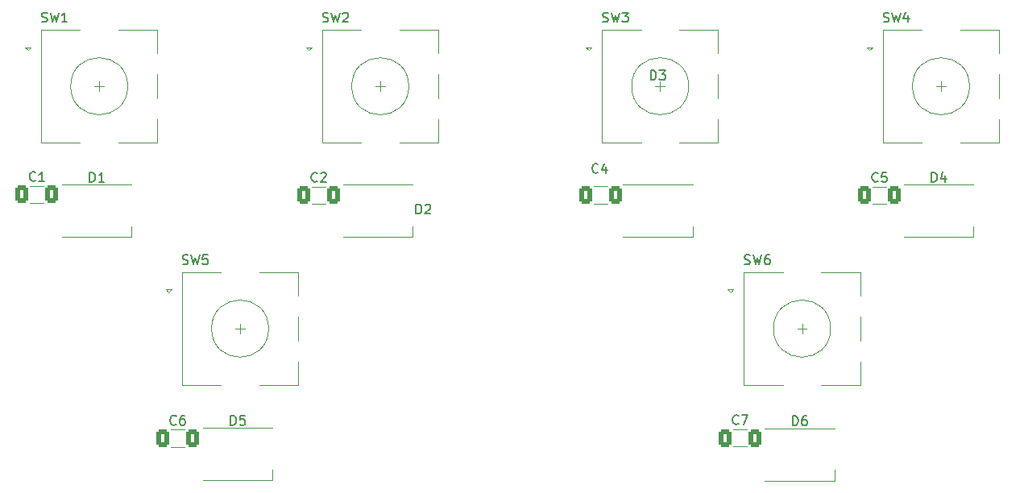
<source format=gto>
G04 #@! TF.GenerationSoftware,KiCad,Pcbnew,7.0.7*
G04 #@! TF.CreationDate,2024-03-19T10:03:33+01:00*
G04 #@! TF.ProjectId,Poly_UA_controller_6enc_4sw,506f6c79-5f55-4415-9f63-6f6e74726f6c,rev?*
G04 #@! TF.SameCoordinates,Original*
G04 #@! TF.FileFunction,Legend,Top*
G04 #@! TF.FilePolarity,Positive*
%FSLAX46Y46*%
G04 Gerber Fmt 4.6, Leading zero omitted, Abs format (unit mm)*
G04 Created by KiCad (PCBNEW 7.0.7) date 2024-03-19 10:03:33*
%MOMM*%
%LPD*%
G01*
G04 APERTURE LIST*
G04 Aperture macros list*
%AMRoundRect*
0 Rectangle with rounded corners*
0 $1 Rounding radius*
0 $2 $3 $4 $5 $6 $7 $8 $9 X,Y pos of 4 corners*
0 Add a 4 corners polygon primitive as box body*
4,1,4,$2,$3,$4,$5,$6,$7,$8,$9,$2,$3,0*
0 Add four circle primitives for the rounded corners*
1,1,$1+$1,$2,$3*
1,1,$1+$1,$4,$5*
1,1,$1+$1,$6,$7*
1,1,$1+$1,$8,$9*
0 Add four rect primitives between the rounded corners*
20,1,$1+$1,$2,$3,$4,$5,0*
20,1,$1+$1,$4,$5,$6,$7,0*
20,1,$1+$1,$6,$7,$8,$9,0*
20,1,$1+$1,$8,$9,$2,$3,0*%
G04 Aperture macros list end*
%ADD10C,0.150000*%
%ADD11C,0.120000*%
%ADD12R,2.000000X2.000000*%
%ADD13C,2.000000*%
%ADD14R,3.200000X2.000000*%
%ADD15R,1.700000X1.700000*%
%ADD16O,1.700000X1.700000*%
%ADD17R,1.500000X1.000000*%
%ADD18RoundRect,0.250000X-0.412500X-0.650000X0.412500X-0.650000X0.412500X0.650000X-0.412500X0.650000X0*%
G04 APERTURE END LIST*
D10*
X168130467Y-85460000D02*
X168273324Y-85507619D01*
X168273324Y-85507619D02*
X168511419Y-85507619D01*
X168511419Y-85507619D02*
X168606657Y-85460000D01*
X168606657Y-85460000D02*
X168654276Y-85412380D01*
X168654276Y-85412380D02*
X168701895Y-85317142D01*
X168701895Y-85317142D02*
X168701895Y-85221904D01*
X168701895Y-85221904D02*
X168654276Y-85126666D01*
X168654276Y-85126666D02*
X168606657Y-85079047D01*
X168606657Y-85079047D02*
X168511419Y-85031428D01*
X168511419Y-85031428D02*
X168320943Y-84983809D01*
X168320943Y-84983809D02*
X168225705Y-84936190D01*
X168225705Y-84936190D02*
X168178086Y-84888571D01*
X168178086Y-84888571D02*
X168130467Y-84793333D01*
X168130467Y-84793333D02*
X168130467Y-84698095D01*
X168130467Y-84698095D02*
X168178086Y-84602857D01*
X168178086Y-84602857D02*
X168225705Y-84555238D01*
X168225705Y-84555238D02*
X168320943Y-84507619D01*
X168320943Y-84507619D02*
X168559038Y-84507619D01*
X168559038Y-84507619D02*
X168701895Y-84555238D01*
X169035229Y-84507619D02*
X169273324Y-85507619D01*
X169273324Y-85507619D02*
X169463800Y-84793333D01*
X169463800Y-84793333D02*
X169654276Y-85507619D01*
X169654276Y-85507619D02*
X169892372Y-84507619D01*
X170701895Y-84507619D02*
X170511419Y-84507619D01*
X170511419Y-84507619D02*
X170416181Y-84555238D01*
X170416181Y-84555238D02*
X170368562Y-84602857D01*
X170368562Y-84602857D02*
X170273324Y-84745714D01*
X170273324Y-84745714D02*
X170225705Y-84936190D01*
X170225705Y-84936190D02*
X170225705Y-85317142D01*
X170225705Y-85317142D02*
X170273324Y-85412380D01*
X170273324Y-85412380D02*
X170320943Y-85460000D01*
X170320943Y-85460000D02*
X170416181Y-85507619D01*
X170416181Y-85507619D02*
X170606657Y-85507619D01*
X170606657Y-85507619D02*
X170701895Y-85460000D01*
X170701895Y-85460000D02*
X170749514Y-85412380D01*
X170749514Y-85412380D02*
X170797133Y-85317142D01*
X170797133Y-85317142D02*
X170797133Y-85079047D01*
X170797133Y-85079047D02*
X170749514Y-84983809D01*
X170749514Y-84983809D02*
X170701895Y-84936190D01*
X170701895Y-84936190D02*
X170606657Y-84888571D01*
X170606657Y-84888571D02*
X170416181Y-84888571D01*
X170416181Y-84888571D02*
X170320943Y-84936190D01*
X170320943Y-84936190D02*
X170273324Y-84983809D01*
X170273324Y-84983809D02*
X170225705Y-85079047D01*
X109075467Y-85460000D02*
X109218324Y-85507619D01*
X109218324Y-85507619D02*
X109456419Y-85507619D01*
X109456419Y-85507619D02*
X109551657Y-85460000D01*
X109551657Y-85460000D02*
X109599276Y-85412380D01*
X109599276Y-85412380D02*
X109646895Y-85317142D01*
X109646895Y-85317142D02*
X109646895Y-85221904D01*
X109646895Y-85221904D02*
X109599276Y-85126666D01*
X109599276Y-85126666D02*
X109551657Y-85079047D01*
X109551657Y-85079047D02*
X109456419Y-85031428D01*
X109456419Y-85031428D02*
X109265943Y-84983809D01*
X109265943Y-84983809D02*
X109170705Y-84936190D01*
X109170705Y-84936190D02*
X109123086Y-84888571D01*
X109123086Y-84888571D02*
X109075467Y-84793333D01*
X109075467Y-84793333D02*
X109075467Y-84698095D01*
X109075467Y-84698095D02*
X109123086Y-84602857D01*
X109123086Y-84602857D02*
X109170705Y-84555238D01*
X109170705Y-84555238D02*
X109265943Y-84507619D01*
X109265943Y-84507619D02*
X109504038Y-84507619D01*
X109504038Y-84507619D02*
X109646895Y-84555238D01*
X109980229Y-84507619D02*
X110218324Y-85507619D01*
X110218324Y-85507619D02*
X110408800Y-84793333D01*
X110408800Y-84793333D02*
X110599276Y-85507619D01*
X110599276Y-85507619D02*
X110837372Y-84507619D01*
X111694514Y-84507619D02*
X111218324Y-84507619D01*
X111218324Y-84507619D02*
X111170705Y-84983809D01*
X111170705Y-84983809D02*
X111218324Y-84936190D01*
X111218324Y-84936190D02*
X111313562Y-84888571D01*
X111313562Y-84888571D02*
X111551657Y-84888571D01*
X111551657Y-84888571D02*
X111646895Y-84936190D01*
X111646895Y-84936190D02*
X111694514Y-84983809D01*
X111694514Y-84983809D02*
X111742133Y-85079047D01*
X111742133Y-85079047D02*
X111742133Y-85317142D01*
X111742133Y-85317142D02*
X111694514Y-85412380D01*
X111694514Y-85412380D02*
X111646895Y-85460000D01*
X111646895Y-85460000D02*
X111551657Y-85507619D01*
X111551657Y-85507619D02*
X111313562Y-85507619D01*
X111313562Y-85507619D02*
X111218324Y-85460000D01*
X111218324Y-85460000D02*
X111170705Y-85412380D01*
X182735467Y-59983800D02*
X182878324Y-60031419D01*
X182878324Y-60031419D02*
X183116419Y-60031419D01*
X183116419Y-60031419D02*
X183211657Y-59983800D01*
X183211657Y-59983800D02*
X183259276Y-59936180D01*
X183259276Y-59936180D02*
X183306895Y-59840942D01*
X183306895Y-59840942D02*
X183306895Y-59745704D01*
X183306895Y-59745704D02*
X183259276Y-59650466D01*
X183259276Y-59650466D02*
X183211657Y-59602847D01*
X183211657Y-59602847D02*
X183116419Y-59555228D01*
X183116419Y-59555228D02*
X182925943Y-59507609D01*
X182925943Y-59507609D02*
X182830705Y-59459990D01*
X182830705Y-59459990D02*
X182783086Y-59412371D01*
X182783086Y-59412371D02*
X182735467Y-59317133D01*
X182735467Y-59317133D02*
X182735467Y-59221895D01*
X182735467Y-59221895D02*
X182783086Y-59126657D01*
X182783086Y-59126657D02*
X182830705Y-59079038D01*
X182830705Y-59079038D02*
X182925943Y-59031419D01*
X182925943Y-59031419D02*
X183164038Y-59031419D01*
X183164038Y-59031419D02*
X183306895Y-59079038D01*
X183640229Y-59031419D02*
X183878324Y-60031419D01*
X183878324Y-60031419D02*
X184068800Y-59317133D01*
X184068800Y-59317133D02*
X184259276Y-60031419D01*
X184259276Y-60031419D02*
X184497372Y-59031419D01*
X185306895Y-59364752D02*
X185306895Y-60031419D01*
X185068800Y-58983800D02*
X184830705Y-59698085D01*
X184830705Y-59698085D02*
X185449752Y-59698085D01*
X153220667Y-59983800D02*
X153363524Y-60031419D01*
X153363524Y-60031419D02*
X153601619Y-60031419D01*
X153601619Y-60031419D02*
X153696857Y-59983800D01*
X153696857Y-59983800D02*
X153744476Y-59936180D01*
X153744476Y-59936180D02*
X153792095Y-59840942D01*
X153792095Y-59840942D02*
X153792095Y-59745704D01*
X153792095Y-59745704D02*
X153744476Y-59650466D01*
X153744476Y-59650466D02*
X153696857Y-59602847D01*
X153696857Y-59602847D02*
X153601619Y-59555228D01*
X153601619Y-59555228D02*
X153411143Y-59507609D01*
X153411143Y-59507609D02*
X153315905Y-59459990D01*
X153315905Y-59459990D02*
X153268286Y-59412371D01*
X153268286Y-59412371D02*
X153220667Y-59317133D01*
X153220667Y-59317133D02*
X153220667Y-59221895D01*
X153220667Y-59221895D02*
X153268286Y-59126657D01*
X153268286Y-59126657D02*
X153315905Y-59079038D01*
X153315905Y-59079038D02*
X153411143Y-59031419D01*
X153411143Y-59031419D02*
X153649238Y-59031419D01*
X153649238Y-59031419D02*
X153792095Y-59079038D01*
X154125429Y-59031419D02*
X154363524Y-60031419D01*
X154363524Y-60031419D02*
X154554000Y-59317133D01*
X154554000Y-59317133D02*
X154744476Y-60031419D01*
X154744476Y-60031419D02*
X154982572Y-59031419D01*
X155268286Y-59031419D02*
X155887333Y-59031419D01*
X155887333Y-59031419D02*
X155554000Y-59412371D01*
X155554000Y-59412371D02*
X155696857Y-59412371D01*
X155696857Y-59412371D02*
X155792095Y-59459990D01*
X155792095Y-59459990D02*
X155839714Y-59507609D01*
X155839714Y-59507609D02*
X155887333Y-59602847D01*
X155887333Y-59602847D02*
X155887333Y-59840942D01*
X155887333Y-59840942D02*
X155839714Y-59936180D01*
X155839714Y-59936180D02*
X155792095Y-59983800D01*
X155792095Y-59983800D02*
X155696857Y-60031419D01*
X155696857Y-60031419D02*
X155411143Y-60031419D01*
X155411143Y-60031419D02*
X155315905Y-59983800D01*
X155315905Y-59983800D02*
X155268286Y-59936180D01*
X123807467Y-59983800D02*
X123950324Y-60031419D01*
X123950324Y-60031419D02*
X124188419Y-60031419D01*
X124188419Y-60031419D02*
X124283657Y-59983800D01*
X124283657Y-59983800D02*
X124331276Y-59936180D01*
X124331276Y-59936180D02*
X124378895Y-59840942D01*
X124378895Y-59840942D02*
X124378895Y-59745704D01*
X124378895Y-59745704D02*
X124331276Y-59650466D01*
X124331276Y-59650466D02*
X124283657Y-59602847D01*
X124283657Y-59602847D02*
X124188419Y-59555228D01*
X124188419Y-59555228D02*
X123997943Y-59507609D01*
X123997943Y-59507609D02*
X123902705Y-59459990D01*
X123902705Y-59459990D02*
X123855086Y-59412371D01*
X123855086Y-59412371D02*
X123807467Y-59317133D01*
X123807467Y-59317133D02*
X123807467Y-59221895D01*
X123807467Y-59221895D02*
X123855086Y-59126657D01*
X123855086Y-59126657D02*
X123902705Y-59079038D01*
X123902705Y-59079038D02*
X123997943Y-59031419D01*
X123997943Y-59031419D02*
X124236038Y-59031419D01*
X124236038Y-59031419D02*
X124378895Y-59079038D01*
X124712229Y-59031419D02*
X124950324Y-60031419D01*
X124950324Y-60031419D02*
X125140800Y-59317133D01*
X125140800Y-59317133D02*
X125331276Y-60031419D01*
X125331276Y-60031419D02*
X125569372Y-59031419D01*
X125902705Y-59126657D02*
X125950324Y-59079038D01*
X125950324Y-59079038D02*
X126045562Y-59031419D01*
X126045562Y-59031419D02*
X126283657Y-59031419D01*
X126283657Y-59031419D02*
X126378895Y-59079038D01*
X126378895Y-59079038D02*
X126426514Y-59126657D01*
X126426514Y-59126657D02*
X126474133Y-59221895D01*
X126474133Y-59221895D02*
X126474133Y-59317133D01*
X126474133Y-59317133D02*
X126426514Y-59459990D01*
X126426514Y-59459990D02*
X125855086Y-60031419D01*
X125855086Y-60031419D02*
X126474133Y-60031419D01*
X94267267Y-59983800D02*
X94410124Y-60031419D01*
X94410124Y-60031419D02*
X94648219Y-60031419D01*
X94648219Y-60031419D02*
X94743457Y-59983800D01*
X94743457Y-59983800D02*
X94791076Y-59936180D01*
X94791076Y-59936180D02*
X94838695Y-59840942D01*
X94838695Y-59840942D02*
X94838695Y-59745704D01*
X94838695Y-59745704D02*
X94791076Y-59650466D01*
X94791076Y-59650466D02*
X94743457Y-59602847D01*
X94743457Y-59602847D02*
X94648219Y-59555228D01*
X94648219Y-59555228D02*
X94457743Y-59507609D01*
X94457743Y-59507609D02*
X94362505Y-59459990D01*
X94362505Y-59459990D02*
X94314886Y-59412371D01*
X94314886Y-59412371D02*
X94267267Y-59317133D01*
X94267267Y-59317133D02*
X94267267Y-59221895D01*
X94267267Y-59221895D02*
X94314886Y-59126657D01*
X94314886Y-59126657D02*
X94362505Y-59079038D01*
X94362505Y-59079038D02*
X94457743Y-59031419D01*
X94457743Y-59031419D02*
X94695838Y-59031419D01*
X94695838Y-59031419D02*
X94838695Y-59079038D01*
X95172029Y-59031419D02*
X95410124Y-60031419D01*
X95410124Y-60031419D02*
X95600600Y-59317133D01*
X95600600Y-59317133D02*
X95791076Y-60031419D01*
X95791076Y-60031419D02*
X96029172Y-59031419D01*
X96933933Y-60031419D02*
X96362505Y-60031419D01*
X96648219Y-60031419D02*
X96648219Y-59031419D01*
X96648219Y-59031419D02*
X96552981Y-59174276D01*
X96552981Y-59174276D02*
X96457743Y-59269514D01*
X96457743Y-59269514D02*
X96362505Y-59317133D01*
X173175705Y-102441219D02*
X173175705Y-101441219D01*
X173175705Y-101441219D02*
X173413800Y-101441219D01*
X173413800Y-101441219D02*
X173556657Y-101488838D01*
X173556657Y-101488838D02*
X173651895Y-101584076D01*
X173651895Y-101584076D02*
X173699514Y-101679314D01*
X173699514Y-101679314D02*
X173747133Y-101869790D01*
X173747133Y-101869790D02*
X173747133Y-102012647D01*
X173747133Y-102012647D02*
X173699514Y-102203123D01*
X173699514Y-102203123D02*
X173651895Y-102298361D01*
X173651895Y-102298361D02*
X173556657Y-102393600D01*
X173556657Y-102393600D02*
X173413800Y-102441219D01*
X173413800Y-102441219D02*
X173175705Y-102441219D01*
X174604276Y-101441219D02*
X174413800Y-101441219D01*
X174413800Y-101441219D02*
X174318562Y-101488838D01*
X174318562Y-101488838D02*
X174270943Y-101536457D01*
X174270943Y-101536457D02*
X174175705Y-101679314D01*
X174175705Y-101679314D02*
X174128086Y-101869790D01*
X174128086Y-101869790D02*
X174128086Y-102250742D01*
X174128086Y-102250742D02*
X174175705Y-102345980D01*
X174175705Y-102345980D02*
X174223324Y-102393600D01*
X174223324Y-102393600D02*
X174318562Y-102441219D01*
X174318562Y-102441219D02*
X174509038Y-102441219D01*
X174509038Y-102441219D02*
X174604276Y-102393600D01*
X174604276Y-102393600D02*
X174651895Y-102345980D01*
X174651895Y-102345980D02*
X174699514Y-102250742D01*
X174699514Y-102250742D02*
X174699514Y-102012647D01*
X174699514Y-102012647D02*
X174651895Y-101917409D01*
X174651895Y-101917409D02*
X174604276Y-101869790D01*
X174604276Y-101869790D02*
X174509038Y-101822171D01*
X174509038Y-101822171D02*
X174318562Y-101822171D01*
X174318562Y-101822171D02*
X174223324Y-101869790D01*
X174223324Y-101869790D02*
X174175705Y-101917409D01*
X174175705Y-101917409D02*
X174128086Y-102012647D01*
X114120705Y-102390219D02*
X114120705Y-101390219D01*
X114120705Y-101390219D02*
X114358800Y-101390219D01*
X114358800Y-101390219D02*
X114501657Y-101437838D01*
X114501657Y-101437838D02*
X114596895Y-101533076D01*
X114596895Y-101533076D02*
X114644514Y-101628314D01*
X114644514Y-101628314D02*
X114692133Y-101818790D01*
X114692133Y-101818790D02*
X114692133Y-101961647D01*
X114692133Y-101961647D02*
X114644514Y-102152123D01*
X114644514Y-102152123D02*
X114596895Y-102247361D01*
X114596895Y-102247361D02*
X114501657Y-102342600D01*
X114501657Y-102342600D02*
X114358800Y-102390219D01*
X114358800Y-102390219D02*
X114120705Y-102390219D01*
X115596895Y-101390219D02*
X115120705Y-101390219D01*
X115120705Y-101390219D02*
X115073086Y-101866409D01*
X115073086Y-101866409D02*
X115120705Y-101818790D01*
X115120705Y-101818790D02*
X115215943Y-101771171D01*
X115215943Y-101771171D02*
X115454038Y-101771171D01*
X115454038Y-101771171D02*
X115549276Y-101818790D01*
X115549276Y-101818790D02*
X115596895Y-101866409D01*
X115596895Y-101866409D02*
X115644514Y-101961647D01*
X115644514Y-101961647D02*
X115644514Y-102199742D01*
X115644514Y-102199742D02*
X115596895Y-102294980D01*
X115596895Y-102294980D02*
X115549276Y-102342600D01*
X115549276Y-102342600D02*
X115454038Y-102390219D01*
X115454038Y-102390219D02*
X115215943Y-102390219D01*
X115215943Y-102390219D02*
X115120705Y-102342600D01*
X115120705Y-102342600D02*
X115073086Y-102294980D01*
X187780705Y-76837819D02*
X187780705Y-75837819D01*
X187780705Y-75837819D02*
X188018800Y-75837819D01*
X188018800Y-75837819D02*
X188161657Y-75885438D01*
X188161657Y-75885438D02*
X188256895Y-75980676D01*
X188256895Y-75980676D02*
X188304514Y-76075914D01*
X188304514Y-76075914D02*
X188352133Y-76266390D01*
X188352133Y-76266390D02*
X188352133Y-76409247D01*
X188352133Y-76409247D02*
X188304514Y-76599723D01*
X188304514Y-76599723D02*
X188256895Y-76694961D01*
X188256895Y-76694961D02*
X188161657Y-76790200D01*
X188161657Y-76790200D02*
X188018800Y-76837819D01*
X188018800Y-76837819D02*
X187780705Y-76837819D01*
X189209276Y-76171152D02*
X189209276Y-76837819D01*
X188971181Y-75790200D02*
X188733086Y-76504485D01*
X188733086Y-76504485D02*
X189352133Y-76504485D01*
X158265905Y-66113819D02*
X158265905Y-65113819D01*
X158265905Y-65113819D02*
X158504000Y-65113819D01*
X158504000Y-65113819D02*
X158646857Y-65161438D01*
X158646857Y-65161438D02*
X158742095Y-65256676D01*
X158742095Y-65256676D02*
X158789714Y-65351914D01*
X158789714Y-65351914D02*
X158837333Y-65542390D01*
X158837333Y-65542390D02*
X158837333Y-65685247D01*
X158837333Y-65685247D02*
X158789714Y-65875723D01*
X158789714Y-65875723D02*
X158742095Y-65970961D01*
X158742095Y-65970961D02*
X158646857Y-66066200D01*
X158646857Y-66066200D02*
X158504000Y-66113819D01*
X158504000Y-66113819D02*
X158265905Y-66113819D01*
X159170667Y-65113819D02*
X159789714Y-65113819D01*
X159789714Y-65113819D02*
X159456381Y-65494771D01*
X159456381Y-65494771D02*
X159599238Y-65494771D01*
X159599238Y-65494771D02*
X159694476Y-65542390D01*
X159694476Y-65542390D02*
X159742095Y-65590009D01*
X159742095Y-65590009D02*
X159789714Y-65685247D01*
X159789714Y-65685247D02*
X159789714Y-65923342D01*
X159789714Y-65923342D02*
X159742095Y-66018580D01*
X159742095Y-66018580D02*
X159694476Y-66066200D01*
X159694476Y-66066200D02*
X159599238Y-66113819D01*
X159599238Y-66113819D02*
X159313524Y-66113819D01*
X159313524Y-66113819D02*
X159218286Y-66066200D01*
X159218286Y-66066200D02*
X159170667Y-66018580D01*
X133602505Y-80185419D02*
X133602505Y-79185419D01*
X133602505Y-79185419D02*
X133840600Y-79185419D01*
X133840600Y-79185419D02*
X133983457Y-79233038D01*
X133983457Y-79233038D02*
X134078695Y-79328276D01*
X134078695Y-79328276D02*
X134126314Y-79423514D01*
X134126314Y-79423514D02*
X134173933Y-79613990D01*
X134173933Y-79613990D02*
X134173933Y-79756847D01*
X134173933Y-79756847D02*
X134126314Y-79947323D01*
X134126314Y-79947323D02*
X134078695Y-80042561D01*
X134078695Y-80042561D02*
X133983457Y-80137800D01*
X133983457Y-80137800D02*
X133840600Y-80185419D01*
X133840600Y-80185419D02*
X133602505Y-80185419D01*
X134554886Y-79280657D02*
X134602505Y-79233038D01*
X134602505Y-79233038D02*
X134697743Y-79185419D01*
X134697743Y-79185419D02*
X134935838Y-79185419D01*
X134935838Y-79185419D02*
X135031076Y-79233038D01*
X135031076Y-79233038D02*
X135078695Y-79280657D01*
X135078695Y-79280657D02*
X135126314Y-79375895D01*
X135126314Y-79375895D02*
X135126314Y-79471133D01*
X135126314Y-79471133D02*
X135078695Y-79613990D01*
X135078695Y-79613990D02*
X134507267Y-80185419D01*
X134507267Y-80185419D02*
X135126314Y-80185419D01*
X99312505Y-76837819D02*
X99312505Y-75837819D01*
X99312505Y-75837819D02*
X99550600Y-75837819D01*
X99550600Y-75837819D02*
X99693457Y-75885438D01*
X99693457Y-75885438D02*
X99788695Y-75980676D01*
X99788695Y-75980676D02*
X99836314Y-76075914D01*
X99836314Y-76075914D02*
X99883933Y-76266390D01*
X99883933Y-76266390D02*
X99883933Y-76409247D01*
X99883933Y-76409247D02*
X99836314Y-76599723D01*
X99836314Y-76599723D02*
X99788695Y-76694961D01*
X99788695Y-76694961D02*
X99693457Y-76790200D01*
X99693457Y-76790200D02*
X99550600Y-76837819D01*
X99550600Y-76837819D02*
X99312505Y-76837819D01*
X100836314Y-76837819D02*
X100264886Y-76837819D01*
X100550600Y-76837819D02*
X100550600Y-75837819D01*
X100550600Y-75837819D02*
X100455362Y-75980676D01*
X100455362Y-75980676D02*
X100360124Y-76075914D01*
X100360124Y-76075914D02*
X100264886Y-76123533D01*
X167485633Y-102243180D02*
X167438014Y-102290800D01*
X167438014Y-102290800D02*
X167295157Y-102338419D01*
X167295157Y-102338419D02*
X167199919Y-102338419D01*
X167199919Y-102338419D02*
X167057062Y-102290800D01*
X167057062Y-102290800D02*
X166961824Y-102195561D01*
X166961824Y-102195561D02*
X166914205Y-102100323D01*
X166914205Y-102100323D02*
X166866586Y-101909847D01*
X166866586Y-101909847D02*
X166866586Y-101766990D01*
X166866586Y-101766990D02*
X166914205Y-101576514D01*
X166914205Y-101576514D02*
X166961824Y-101481276D01*
X166961824Y-101481276D02*
X167057062Y-101386038D01*
X167057062Y-101386038D02*
X167199919Y-101338419D01*
X167199919Y-101338419D02*
X167295157Y-101338419D01*
X167295157Y-101338419D02*
X167438014Y-101386038D01*
X167438014Y-101386038D02*
X167485633Y-101433657D01*
X167818967Y-101338419D02*
X168485633Y-101338419D01*
X168485633Y-101338419D02*
X168057062Y-102338419D01*
X108379833Y-102293980D02*
X108332214Y-102341600D01*
X108332214Y-102341600D02*
X108189357Y-102389219D01*
X108189357Y-102389219D02*
X108094119Y-102389219D01*
X108094119Y-102389219D02*
X107951262Y-102341600D01*
X107951262Y-102341600D02*
X107856024Y-102246361D01*
X107856024Y-102246361D02*
X107808405Y-102151123D01*
X107808405Y-102151123D02*
X107760786Y-101960647D01*
X107760786Y-101960647D02*
X107760786Y-101817790D01*
X107760786Y-101817790D02*
X107808405Y-101627314D01*
X107808405Y-101627314D02*
X107856024Y-101532076D01*
X107856024Y-101532076D02*
X107951262Y-101436838D01*
X107951262Y-101436838D02*
X108094119Y-101389219D01*
X108094119Y-101389219D02*
X108189357Y-101389219D01*
X108189357Y-101389219D02*
X108332214Y-101436838D01*
X108332214Y-101436838D02*
X108379833Y-101484457D01*
X109236976Y-101389219D02*
X109046500Y-101389219D01*
X109046500Y-101389219D02*
X108951262Y-101436838D01*
X108951262Y-101436838D02*
X108903643Y-101484457D01*
X108903643Y-101484457D02*
X108808405Y-101627314D01*
X108808405Y-101627314D02*
X108760786Y-101817790D01*
X108760786Y-101817790D02*
X108760786Y-102198742D01*
X108760786Y-102198742D02*
X108808405Y-102293980D01*
X108808405Y-102293980D02*
X108856024Y-102341600D01*
X108856024Y-102341600D02*
X108951262Y-102389219D01*
X108951262Y-102389219D02*
X109141738Y-102389219D01*
X109141738Y-102389219D02*
X109236976Y-102341600D01*
X109236976Y-102341600D02*
X109284595Y-102293980D01*
X109284595Y-102293980D02*
X109332214Y-102198742D01*
X109332214Y-102198742D02*
X109332214Y-101960647D01*
X109332214Y-101960647D02*
X109284595Y-101865409D01*
X109284595Y-101865409D02*
X109236976Y-101817790D01*
X109236976Y-101817790D02*
X109141738Y-101770171D01*
X109141738Y-101770171D02*
X108951262Y-101770171D01*
X108951262Y-101770171D02*
X108856024Y-101817790D01*
X108856024Y-101817790D02*
X108808405Y-101865409D01*
X108808405Y-101865409D02*
X108760786Y-101960647D01*
X182141433Y-76741580D02*
X182093814Y-76789200D01*
X182093814Y-76789200D02*
X181950957Y-76836819D01*
X181950957Y-76836819D02*
X181855719Y-76836819D01*
X181855719Y-76836819D02*
X181712862Y-76789200D01*
X181712862Y-76789200D02*
X181617624Y-76693961D01*
X181617624Y-76693961D02*
X181570005Y-76598723D01*
X181570005Y-76598723D02*
X181522386Y-76408247D01*
X181522386Y-76408247D02*
X181522386Y-76265390D01*
X181522386Y-76265390D02*
X181570005Y-76074914D01*
X181570005Y-76074914D02*
X181617624Y-75979676D01*
X181617624Y-75979676D02*
X181712862Y-75884438D01*
X181712862Y-75884438D02*
X181855719Y-75836819D01*
X181855719Y-75836819D02*
X181950957Y-75836819D01*
X181950957Y-75836819D02*
X182093814Y-75884438D01*
X182093814Y-75884438D02*
X182141433Y-75932057D01*
X183046195Y-75836819D02*
X182570005Y-75836819D01*
X182570005Y-75836819D02*
X182522386Y-76313009D01*
X182522386Y-76313009D02*
X182570005Y-76265390D01*
X182570005Y-76265390D02*
X182665243Y-76217771D01*
X182665243Y-76217771D02*
X182903338Y-76217771D01*
X182903338Y-76217771D02*
X182998576Y-76265390D01*
X182998576Y-76265390D02*
X183046195Y-76313009D01*
X183046195Y-76313009D02*
X183093814Y-76408247D01*
X183093814Y-76408247D02*
X183093814Y-76646342D01*
X183093814Y-76646342D02*
X183046195Y-76741580D01*
X183046195Y-76741580D02*
X182998576Y-76789200D01*
X182998576Y-76789200D02*
X182903338Y-76836819D01*
X182903338Y-76836819D02*
X182665243Y-76836819D01*
X182665243Y-76836819D02*
X182570005Y-76789200D01*
X182570005Y-76789200D02*
X182522386Y-76741580D01*
X152728233Y-75822980D02*
X152680614Y-75870600D01*
X152680614Y-75870600D02*
X152537757Y-75918219D01*
X152537757Y-75918219D02*
X152442519Y-75918219D01*
X152442519Y-75918219D02*
X152299662Y-75870600D01*
X152299662Y-75870600D02*
X152204424Y-75775361D01*
X152204424Y-75775361D02*
X152156805Y-75680123D01*
X152156805Y-75680123D02*
X152109186Y-75489647D01*
X152109186Y-75489647D02*
X152109186Y-75346790D01*
X152109186Y-75346790D02*
X152156805Y-75156314D01*
X152156805Y-75156314D02*
X152204424Y-75061076D01*
X152204424Y-75061076D02*
X152299662Y-74965838D01*
X152299662Y-74965838D02*
X152442519Y-74918219D01*
X152442519Y-74918219D02*
X152537757Y-74918219D01*
X152537757Y-74918219D02*
X152680614Y-74965838D01*
X152680614Y-74965838D02*
X152728233Y-75013457D01*
X153585376Y-75251552D02*
X153585376Y-75918219D01*
X153347281Y-74870600D02*
X153109186Y-75584885D01*
X153109186Y-75584885D02*
X153728233Y-75584885D01*
X123213433Y-76741580D02*
X123165814Y-76789200D01*
X123165814Y-76789200D02*
X123022957Y-76836819D01*
X123022957Y-76836819D02*
X122927719Y-76836819D01*
X122927719Y-76836819D02*
X122784862Y-76789200D01*
X122784862Y-76789200D02*
X122689624Y-76693961D01*
X122689624Y-76693961D02*
X122642005Y-76598723D01*
X122642005Y-76598723D02*
X122594386Y-76408247D01*
X122594386Y-76408247D02*
X122594386Y-76265390D01*
X122594386Y-76265390D02*
X122642005Y-76074914D01*
X122642005Y-76074914D02*
X122689624Y-75979676D01*
X122689624Y-75979676D02*
X122784862Y-75884438D01*
X122784862Y-75884438D02*
X122927719Y-75836819D01*
X122927719Y-75836819D02*
X123022957Y-75836819D01*
X123022957Y-75836819D02*
X123165814Y-75884438D01*
X123165814Y-75884438D02*
X123213433Y-75932057D01*
X123594386Y-75932057D02*
X123642005Y-75884438D01*
X123642005Y-75884438D02*
X123737243Y-75836819D01*
X123737243Y-75836819D02*
X123975338Y-75836819D01*
X123975338Y-75836819D02*
X124070576Y-75884438D01*
X124070576Y-75884438D02*
X124118195Y-75932057D01*
X124118195Y-75932057D02*
X124165814Y-76027295D01*
X124165814Y-76027295D02*
X124165814Y-76122533D01*
X124165814Y-76122533D02*
X124118195Y-76265390D01*
X124118195Y-76265390D02*
X123546767Y-76836819D01*
X123546767Y-76836819D02*
X124165814Y-76836819D01*
X93597033Y-76665380D02*
X93549414Y-76713000D01*
X93549414Y-76713000D02*
X93406557Y-76760619D01*
X93406557Y-76760619D02*
X93311319Y-76760619D01*
X93311319Y-76760619D02*
X93168462Y-76713000D01*
X93168462Y-76713000D02*
X93073224Y-76617761D01*
X93073224Y-76617761D02*
X93025605Y-76522523D01*
X93025605Y-76522523D02*
X92977986Y-76332047D01*
X92977986Y-76332047D02*
X92977986Y-76189190D01*
X92977986Y-76189190D02*
X93025605Y-75998714D01*
X93025605Y-75998714D02*
X93073224Y-75903476D01*
X93073224Y-75903476D02*
X93168462Y-75808238D01*
X93168462Y-75808238D02*
X93311319Y-75760619D01*
X93311319Y-75760619D02*
X93406557Y-75760619D01*
X93406557Y-75760619D02*
X93549414Y-75808238D01*
X93549414Y-75808238D02*
X93597033Y-75855857D01*
X94549414Y-76760619D02*
X93977986Y-76760619D01*
X94263700Y-76760619D02*
X94263700Y-75760619D01*
X94263700Y-75760619D02*
X94168462Y-75903476D01*
X94168462Y-75903476D02*
X94073224Y-75998714D01*
X94073224Y-75998714D02*
X93977986Y-76046333D01*
D11*
X180263800Y-98152800D02*
X176163800Y-98152800D01*
X166963800Y-88152800D02*
X166663800Y-88452800D01*
X166663800Y-88452800D02*
X166363800Y-88152800D01*
X172163800Y-98152800D02*
X168063800Y-98152800D01*
X176163800Y-86352800D02*
X180263800Y-86352800D01*
X180263800Y-86352800D02*
X180263800Y-88752800D01*
X180263800Y-95752800D02*
X180263800Y-98152800D01*
X174163800Y-91752800D02*
X174163800Y-92752800D01*
X172163800Y-86352800D02*
X168063800Y-86352800D01*
X173663800Y-92252800D02*
X174663800Y-92252800D01*
X180263800Y-90952800D02*
X180263800Y-93552800D01*
X168063800Y-86352800D02*
X168063800Y-98152800D01*
X166363800Y-88152800D02*
X166963800Y-88152800D01*
X177163800Y-92252800D02*
G75*
G03*
X177163800Y-92252800I-3000000J0D01*
G01*
X121208800Y-98152800D02*
X117108800Y-98152800D01*
X107908800Y-88152800D02*
X107608800Y-88452800D01*
X107608800Y-88452800D02*
X107308800Y-88152800D01*
X113108800Y-98152800D02*
X109008800Y-98152800D01*
X117108800Y-86352800D02*
X121208800Y-86352800D01*
X121208800Y-86352800D02*
X121208800Y-88752800D01*
X121208800Y-95752800D02*
X121208800Y-98152800D01*
X115108800Y-91752800D02*
X115108800Y-92752800D01*
X113108800Y-86352800D02*
X109008800Y-86352800D01*
X114608800Y-92252800D02*
X115608800Y-92252800D01*
X121208800Y-90952800D02*
X121208800Y-93552800D01*
X109008800Y-86352800D02*
X109008800Y-98152800D01*
X107308800Y-88152800D02*
X107908800Y-88152800D01*
X118108800Y-92252800D02*
G75*
G03*
X118108800Y-92252800I-3000000J0D01*
G01*
X194868800Y-72676600D02*
X190768800Y-72676600D01*
X181568800Y-62676600D02*
X181268800Y-62976600D01*
X181268800Y-62976600D02*
X180968800Y-62676600D01*
X186768800Y-72676600D02*
X182668800Y-72676600D01*
X190768800Y-60876600D02*
X194868800Y-60876600D01*
X194868800Y-60876600D02*
X194868800Y-63276600D01*
X194868800Y-70276600D02*
X194868800Y-72676600D01*
X188768800Y-66276600D02*
X188768800Y-67276600D01*
X186768800Y-60876600D02*
X182668800Y-60876600D01*
X188268800Y-66776600D02*
X189268800Y-66776600D01*
X194868800Y-65476600D02*
X194868800Y-68076600D01*
X182668800Y-60876600D02*
X182668800Y-72676600D01*
X180968800Y-62676600D02*
X181568800Y-62676600D01*
X191768800Y-66776600D02*
G75*
G03*
X191768800Y-66776600I-3000000J0D01*
G01*
X162254000Y-66776600D02*
G75*
G03*
X162254000Y-66776600I-3000000J0D01*
G01*
X151454000Y-62676600D02*
X152054000Y-62676600D01*
X153154000Y-60876600D02*
X153154000Y-72676600D01*
X165354000Y-65476600D02*
X165354000Y-68076600D01*
X158754000Y-66776600D02*
X159754000Y-66776600D01*
X157254000Y-60876600D02*
X153154000Y-60876600D01*
X159254000Y-66276600D02*
X159254000Y-67276600D01*
X165354000Y-70276600D02*
X165354000Y-72676600D01*
X165354000Y-60876600D02*
X165354000Y-63276600D01*
X161254000Y-60876600D02*
X165354000Y-60876600D01*
X157254000Y-72676600D02*
X153154000Y-72676600D01*
X151754000Y-62976600D02*
X151454000Y-62676600D01*
X152054000Y-62676600D02*
X151754000Y-62976600D01*
X165354000Y-72676600D02*
X161254000Y-72676600D01*
X135940800Y-72676600D02*
X131840800Y-72676600D01*
X122640800Y-62676600D02*
X122340800Y-62976600D01*
X122340800Y-62976600D02*
X122040800Y-62676600D01*
X127840800Y-72676600D02*
X123740800Y-72676600D01*
X131840800Y-60876600D02*
X135940800Y-60876600D01*
X135940800Y-60876600D02*
X135940800Y-63276600D01*
X135940800Y-70276600D02*
X135940800Y-72676600D01*
X129840800Y-66276600D02*
X129840800Y-67276600D01*
X127840800Y-60876600D02*
X123740800Y-60876600D01*
X129340800Y-66776600D02*
X130340800Y-66776600D01*
X135940800Y-65476600D02*
X135940800Y-68076600D01*
X123740800Y-60876600D02*
X123740800Y-72676600D01*
X122040800Y-62676600D02*
X122640800Y-62676600D01*
X132840800Y-66776600D02*
G75*
G03*
X132840800Y-66776600I-3000000J0D01*
G01*
X106400600Y-72676600D02*
X102300600Y-72676600D01*
X93100600Y-62676600D02*
X92800600Y-62976600D01*
X92800600Y-62976600D02*
X92500600Y-62676600D01*
X98300600Y-72676600D02*
X94200600Y-72676600D01*
X102300600Y-60876600D02*
X106400600Y-60876600D01*
X106400600Y-60876600D02*
X106400600Y-63276600D01*
X106400600Y-70276600D02*
X106400600Y-72676600D01*
X100300600Y-66276600D02*
X100300600Y-67276600D01*
X98300600Y-60876600D02*
X94200600Y-60876600D01*
X99800600Y-66776600D02*
X100800600Y-66776600D01*
X106400600Y-65476600D02*
X106400600Y-68076600D01*
X94200600Y-60876600D02*
X94200600Y-72676600D01*
X92500600Y-62676600D02*
X93100600Y-62676600D01*
X103300600Y-66776600D02*
G75*
G03*
X103300600Y-66776600I-3000000J0D01*
G01*
X170263800Y-102736400D02*
X177563800Y-102736400D01*
X170263800Y-108236400D02*
X177563800Y-108236400D01*
X177563800Y-108236400D02*
X177563800Y-107086400D01*
X111208800Y-102685400D02*
X118508800Y-102685400D01*
X111208800Y-108185400D02*
X118508800Y-108185400D01*
X118508800Y-108185400D02*
X118508800Y-107035400D01*
X184868800Y-77133000D02*
X192168800Y-77133000D01*
X184868800Y-82633000D02*
X192168800Y-82633000D01*
X192168800Y-82633000D02*
X192168800Y-81483000D01*
X155354000Y-77133000D02*
X162654000Y-77133000D01*
X155354000Y-82633000D02*
X162654000Y-82633000D01*
X162654000Y-82633000D02*
X162654000Y-81483000D01*
X125940800Y-77133000D02*
X133240800Y-77133000D01*
X125940800Y-82633000D02*
X133240800Y-82633000D01*
X133240800Y-82633000D02*
X133240800Y-81483000D01*
X96400600Y-77133000D02*
X103700600Y-77133000D01*
X96400600Y-82633000D02*
X103700600Y-82633000D01*
X103700600Y-82633000D02*
X103700600Y-81483000D01*
X166941048Y-104643600D02*
X168363552Y-104643600D01*
X166941048Y-102823600D02*
X168363552Y-102823600D01*
X107835248Y-104694400D02*
X109257752Y-104694400D01*
X107835248Y-102874400D02*
X109257752Y-102874400D01*
X181596848Y-79142000D02*
X183019352Y-79142000D01*
X181596848Y-77322000D02*
X183019352Y-77322000D01*
X152285248Y-79116600D02*
X153707752Y-79116600D01*
X152285248Y-77296600D02*
X153707752Y-77296600D01*
X122668848Y-79142000D02*
X124091352Y-79142000D01*
X122668848Y-77322000D02*
X124091352Y-77322000D01*
X93052448Y-79065800D02*
X94474952Y-79065800D01*
X93052448Y-77245800D02*
X94474952Y-77245800D01*
%LPC*%
D12*
X166663800Y-89752800D03*
D13*
X166663800Y-94752800D03*
X166663800Y-92252800D03*
D14*
X174163800Y-97852800D03*
X174163800Y-86652800D03*
D13*
X181163800Y-94752800D03*
X181163800Y-89752800D03*
D12*
X107608800Y-89752800D03*
D13*
X107608800Y-94752800D03*
X107608800Y-92252800D03*
D14*
X115108800Y-97852800D03*
X115108800Y-86652800D03*
D13*
X122108800Y-94752800D03*
X122108800Y-89752800D03*
D12*
X181268800Y-64276600D03*
D13*
X181268800Y-69276600D03*
X181268800Y-66776600D03*
D14*
X188768800Y-72376600D03*
X188768800Y-61176600D03*
D13*
X195768800Y-69276600D03*
X195768800Y-64276600D03*
X166254000Y-64276600D03*
X166254000Y-69276600D03*
D14*
X159254000Y-61176600D03*
X159254000Y-72376600D03*
D13*
X151754000Y-66776600D03*
X151754000Y-69276600D03*
D12*
X151754000Y-64276600D03*
X122340800Y-64276600D03*
D13*
X122340800Y-69276600D03*
X122340800Y-66776600D03*
D14*
X129840800Y-72376600D03*
X129840800Y-61176600D03*
D13*
X136840800Y-69276600D03*
X136840800Y-64276600D03*
D12*
X92800600Y-64276600D03*
D13*
X92800600Y-69276600D03*
X92800600Y-66776600D03*
D14*
X100300600Y-72376600D03*
X100300600Y-61176600D03*
D13*
X107300600Y-69276600D03*
X107300600Y-64276600D03*
D15*
X102158800Y-48717200D03*
D16*
X102158800Y-51257200D03*
X104698800Y-48717200D03*
X104698800Y-51257200D03*
X107238800Y-48717200D03*
X107238800Y-51257200D03*
X109778800Y-48717200D03*
X109778800Y-51257200D03*
X112318800Y-48717200D03*
X112318800Y-51257200D03*
D17*
X176363800Y-107086400D03*
X176363800Y-103886400D03*
X171463800Y-103886400D03*
X171463800Y-107086400D03*
X117308800Y-107035400D03*
X117308800Y-103835400D03*
X112408800Y-103835400D03*
X112408800Y-107035400D03*
X190968800Y-81483000D03*
X190968800Y-78283000D03*
X186068800Y-78283000D03*
X186068800Y-81483000D03*
X161454000Y-81483000D03*
X161454000Y-78283000D03*
X156554000Y-78283000D03*
X156554000Y-81483000D03*
X132040800Y-81483000D03*
X132040800Y-78283000D03*
X127140800Y-78283000D03*
X127140800Y-81483000D03*
X102500600Y-81483000D03*
X102500600Y-78283000D03*
X97600600Y-78283000D03*
X97600600Y-81483000D03*
D18*
X166089800Y-103733600D03*
X169214800Y-103733600D03*
X106984000Y-103784400D03*
X110109000Y-103784400D03*
X180745600Y-78232000D03*
X183870600Y-78232000D03*
X151434000Y-78206600D03*
X154559000Y-78206600D03*
X121817600Y-78232000D03*
X124942600Y-78232000D03*
X92201200Y-78155800D03*
X95326200Y-78155800D03*
%LPD*%
M02*

</source>
